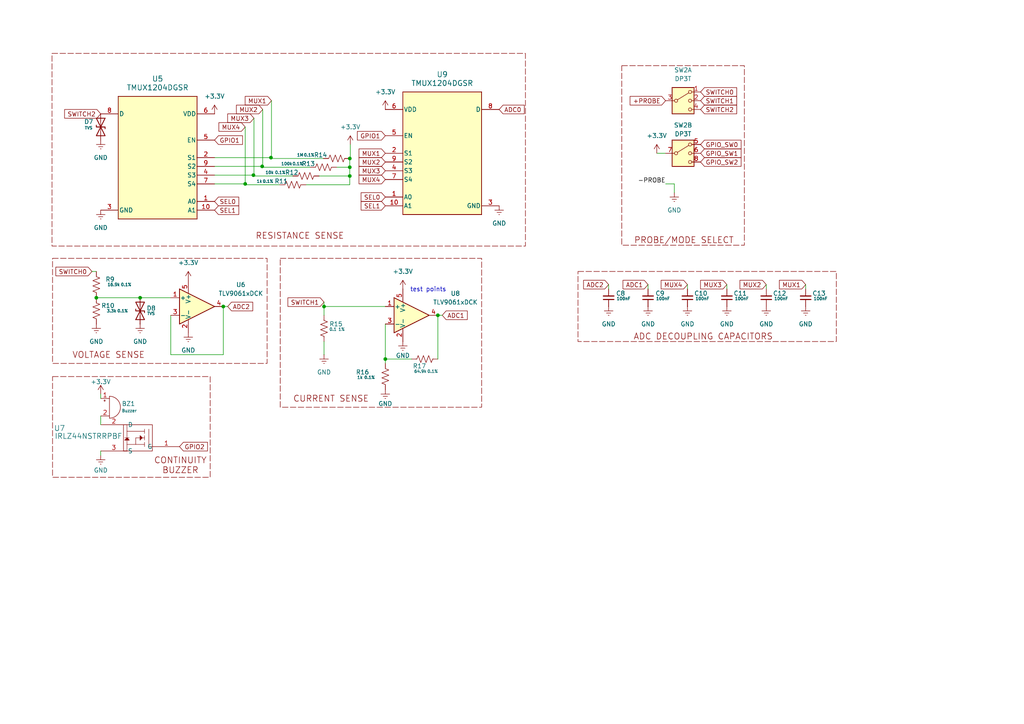
<source format=kicad_sch>
(kicad_sch (version 20250114) (generator "eeschema") (generator_version "9.0")
  (paper "A4")
  (lib_symbols
    (symbol "Amplifier_Operational:TLV9061xDCK" (pin_names (offset 0.127))
      (property "Reference" "U" (at 7.62 2.54 0))
      (property "Value" "TLV9061xDCK" (at 11.43 -2.54 0))
      (symbol "TLV9061xDCK_0_1"
        (polyline (pts (xy -2.54 5.08) (xy -2.54 -5.08) (xy 7.62 0) (xy -2.54 5.08)) (stroke (width 0.254)) (fill (type background)))
      )
      (symbol "TLV9061xDCK_1_1"
        (pin input line (at -5.08 2.54 0) (length 2.54) (name "+") (number "1"))
        (pin input line (at -5.08 -2.54 0) (length 2.54) (name "-") (number "3"))
        (pin power_in line (at 0 7.62 270) (length 3.81) (name "V+") (number "5"))
        (pin power_in line (at 0 -7.62 90) (length 3.81) (name "V-") (number "2"))
        (pin output line (at 10.16 0 180) (length 2.54) (name "~") (number "4"))
      )
    )
    (symbol "Components:TMUX1204DGSR" (pin_names (offset 0.254))
      (property "Reference" "U" (at 0 22.098 0))
      (property "Value" "TMUX1204DGSR" (at 0 19.558 0))
      (symbol "TMUX1204DGSR_0_1"
        (polyline (pts (xy -11.43 17.78) (xy -11.43 -17.78)) (stroke (width 0.2032)))
        (polyline (pts (xy -11.43 -17.78) (xy 11.43 -17.78)) (stroke (width 0.2032)))
        (polyline (pts (xy 11.43 17.78) (xy -11.43 17.78)) (stroke (width 0.2032)))
        (polyline (pts (xy 11.43 -17.78) (xy 11.43 17.78)) (stroke (width 0.2032)))
        (pin power_in line (at -16.51 12.7 0) (length 5.08) (name "VDD") (number "6"))
        (pin input line (at -16.51 5.08 0) (length 5.08) (name "EN") (number "5"))
        (pin bidirectional line (at -16.51 0 0) (length 5.08) (name "S1") (number "2"))
        (pin bidirectional line (at -16.51 -2.54 0) (length 5.08) (name "S2") (number "9"))
        (pin bidirectional line (at -16.51 -5.08 0) (length 5.08) (name "S3") (number "4"))
        (pin bidirectional line (at -16.51 -7.62 0) (length 5.08) (name "S4") (number "7"))
        (pin input line (at -16.51 -12.7 0) (length 5.08) (name "A0") (number "1"))
        (pin input line (at -16.51 -15.24 0) (length 5.08) (name "A1") (number "10"))
        (pin bidirectional line (at 16.51 12.7 180) (length 5.08) (name "D") (number "8"))
        (pin power_in line (at 16.51 -15.24 180) (length 5.08) (name "GND") (number "3"))
      )
      (symbol "TMUX1204DGSR_1_1"
        (rectangle (start -11.43 17.78) (end 11.43 -17.78) (fill (type background)))
      )
    )
    (symbol "Device:Buzzer" (pin_names (offset 0.0254) (hide yes))
      (property "Reference" "BZ" (at 3.81 1.27 0))
      (property "Value" "Buzzer" (at 3.81 -1.27 0))
      (symbol "Buzzer_0_1"
        (polyline (pts (xy -1.651 1.905) (xy -1.143 1.905)))
        (polyline (pts (xy -1.397 2.159) (xy -1.397 1.651)))
        (arc (start 0 3.175) (mid 3.1612 0) (end 0 -3.175))
        (polyline (pts (xy 0 3.175) (xy 0 -3.175)))
      )
      (symbol "Buzzer_1_1"
        (pin passive line (at -2.54 2.54 0) (length 2.54) (name "+") (number "1"))
        (pin passive line (at -2.54 -2.54 0) (length 2.54) (name "-") (number "2"))
      )
    )
    (symbol "Device:C_Small" (pin_numbers (hide yes)) (pin_names (offset 0.254) (hide yes))
      (property "Reference" "C" (at 0.254 1.778 0))
      (property "Value" "C_Small" (at 0.254 -2.032 0))
      (symbol "C_Small_0_1"
        (polyline (pts (xy -1.524 0.508) (xy 1.524 0.508)) (stroke (width 0.3048)))
        (polyline (pts (xy -1.524 -0.508) (xy 1.524 -0.508)) (stroke (width 0.3302)))
      )
      (symbol "C_Small_1_1"
        (pin passive line (at 0 2.54 270) (length 2.032) (name "~") (number "1"))
        (pin passive line (at 0 -2.54 90) (length 2.032) (name "~") (number "2"))
      )
    )
    (symbol "Device:D_TVS" (pin_numbers (hide yes)) (pin_names (offset 1.016) (hide yes))
      (property "Reference" "D" (at 0 2.54 0))
      (property "Value" "D_TVS" (at 0 -2.54 0))
      (symbol "D_TVS_0_1"
        (polyline (pts (xy -2.54 1.27) (xy -2.54 -1.27) (xy 2.54 1.27) (xy 2.54 -1.27) (xy -2.54 1.27)) (stroke (width 0.254)))
        (polyline (pts (xy 0.508 1.27) (xy 0 1.27) (xy 0 -1.27) (xy -0.508 -1.27)) (stroke (width 0.254)))
        (polyline (pts (xy 1.27 0) (xy -1.27 0)))
      )
      (symbol "D_TVS_1_1"
        (pin passive line (at -3.81 0 0) (length 2.54) (name "A1") (number "1"))
        (pin passive line (at 3.81 0 180) (length 2.54) (name "A2") (number "2"))
      )
    )
    (symbol "IRLZ44NSTRRPBF_1" (pin_names (offset 0.254))
      (property "Reference" "U9" (at 0 12.7 0))
      (property "Value" "IRLZ44NSTRRPBF" (at 0 10.16 0))
      (symbol "IRLZ44NSTRRPBF_1_0_1"
        (polyline (pts (xy -3.81 -2.54) (xy -2.54 -2.54)) (stroke (width 0.127)))
        (polyline (pts (xy -2.54 2.54) (xy -2.54 -2.54)) (stroke (width 0.127)))
        (polyline (pts (xy -1.27 2.54) (xy -1.27 1.27)) (stroke (width 0.127)))
        (polyline (pts (xy -1.27 1.905) (xy 3.81 1.905)) (stroke (width 0.127)))
        (polyline (pts (xy -1.27 0.635) (xy -1.27 -0.635)) (stroke (width 0.127)))
        (polyline (pts (xy -1.27 0) (xy 1.27 0)) (stroke (width 0.127)))
        (polyline (pts (xy -1.27 -1.27) (xy -1.27 -2.54)) (stroke (width 0.127)))
        (polyline (pts (xy -1.27 -1.905) (xy 3.81 -1.905)) (stroke (width 0.127)))
        (polyline (pts (xy -0.635 0) (xy 0 0.635)) (stroke (width 0.127)))
        (polyline (pts (xy -0.635 0) (xy 0 0.635) (xy 0 -0.635)) (fill (type outline)))
        (polyline (pts (xy 0 0.635) (xy 0 -0.635)) (stroke (width 0.127)))
        (polyline (pts (xy 0 -0.635) (xy -0.635 0)) (stroke (width 0.127)))
        (polyline (pts (xy 1.27 0) (xy 1.27 -1.905)) (stroke (width 0.127)))
        (polyline (pts (xy 3.175 0) (xy 4.445 0)) (stroke (width 0.127)))
        (polyline (pts (xy 3.175 -0.635) (xy 4.445 -0.635)) (stroke (width 0.127)))
        (polyline (pts (xy 3.81 3.81) (xy 3.81 -3.81)) (stroke (width 0.127)))
        (polyline (pts (xy 3.81 0) (xy 3.175 -0.635)) (stroke (width 0.127)))
        (polyline (pts (xy 3.81 0) (xy 3.175 -0.635) (xy 4.445 -0.635)) (fill (type outline)))
        (polyline (pts (xy 4.445 -0.635) (xy 3.81 0)) (stroke (width 0.127)))
        (pin unspecified line (at -11.43 -2.54 0) (length 7.62) (name "G") (number "1"))
        (pin unspecified line (at 11.43 3.81 180) (length 7.62) (name "D") (number "2"))
        (pin unspecified line (at 11.43 -3.81 180) (length 7.62) (name "S") (number "3"))
      )
      (symbol "IRLZ44NSTRRPBF_1_1_1"
        (rectangle (start -3.556 3.81) (end 4.826 -3.81))
      )
    )
    (symbol "Passive_Components:R_US" (pin_numbers (hide yes)) (pin_names (offset 0))
      (property "Reference" "R" (at 2.54 -1.27 90))
      (property "Value" "R_US" (at -2.54 0 90))
      (property "Tolerance" "x%" (at 2.286 0.762 90))
      (symbol "R_US_0_1"
        (polyline (pts (xy 0 2.286) (xy 0 2.54)))
        (polyline (pts (xy 0 2.286) (xy 1.016 1.905) (xy 0 1.524) (xy -1.016 1.143) (xy 0 0.762)))
        (polyline (pts (xy 0 0.762) (xy 1.016 0.381) (xy 0 0) (xy -1.016 -0.381) (xy 0 -0.762)))
        (polyline (pts (xy 0 -0.762) (xy 1.016 -1.143) (xy 0 -1.524) (xy -1.016 -1.905) (xy 0 -2.286)))
        (polyline (pts (xy 0 -2.286) (xy 0 -2.54)))
      )
      (symbol "R_US_1_1"
        (pin passive line (at 0 3.81 270) (length 1.27) (name "~") (number "1"))
        (pin passive line (at 0 -3.81 90) (length 1.27) (name "~") (number "2"))
      )
    )
    (symbol "Switch:SW_DP3T" (pin_names (offset 0) (hide yes))
      (property "Reference" "SW" (at 0 5.08 0))
      (property "Value" "SW_DP3T" (at 0 -5.08 0))
      (symbol "SW_DP3T_0_1"
        (rectangle (start -3.175 3.81) (end 3.175 -3.81) (stroke (width 0.254)) (fill (type background)))
        (circle (center -2.032 0) (radius 0.4572))
        (polyline (pts (xy -1.651 0.254) (xy 1.651 2.286)))
        (circle (center 2.032 2.54) (radius 0.4572))
        (circle (center 2.032 0) (radius 0.4572))
        (circle (center 2.032 -2.54) (radius 0.4572))
      )
      (symbol "SW_DP3T_1_1"
        (pin passive line (at -5.08 0 0) (length 2.54) (name "3") (number "3"))
        (pin passive line (at 5.08 2.54 180) (length 2.54) (name "1") (number "1"))
        (pin passive line (at 5.08 0 180) (length 2.54) (name "2") (number "2"))
        (pin passive line (at 5.08 -2.54 180) (length 2.54) (name "4") (number "4"))
      )
      (symbol "SW_DP3T_2_1"
        (pin passive line (at -5.08 0 0) (length 2.54) (name "7") (number "7"))
        (pin passive line (at 5.08 2.54 180) (length 2.54) (name "5") (number "5"))
        (pin passive line (at 5.08 0 180) (length 2.54) (name "6") (number "6"))
        (pin passive line (at 5.08 -2.54 180) (length 2.54) (name "8") (number "8"))
      )
    )
    (symbol "power:+3.3V" (power) (pin_numbers (hide yes)) (pin_names (offset 0) (hide yes))
      (property "Value" "+3.3V" (at 0 3.556 0))
      (symbol "+3.3V_0_1"
        (polyline (pts (xy -0.762 1.27) (xy 0 2.54)))
        (polyline (pts (xy 0 2.54) (xy 0.762 1.27)))
        (polyline (pts (xy 0 0) (xy 0 2.54)))
      )
      (symbol "+3.3V_1_1"
        (pin power_in line (at 0 0 90) (length 0) (name "~") (number "1"))
      )
    )
    (symbol "power:Earth" (power) (pin_numbers (hide yes)) (pin_names (offset 0) (hide yes))
      (property "Value" "Earth" (at 0 -3.81 0))
      (symbol "Earth_0_1"
        (polyline (pts (xy -0.635 -1.905) (xy 0.635 -1.905)))
        (polyline (pts (xy -0.127 -2.54) (xy 0.127 -2.54)))
        (polyline (pts (xy 0 -1.27) (xy 0 0)))
        (polyline (pts (xy 1.27 -1.27) (xy -1.27 -1.27)))
      )
      (symbol "Earth_1_1"
        (pin power_in line (at 0 0 270) (length 0) (name "~") (number "1"))
      )
    )
  )
  (rectangle (start 180.34 19.05) (end 215.9 71.12) (stroke (width 0) (type dash) (color 132 0 0 1)))
  (rectangle (start 15.0858 15.4866) (end 152.4 71.3666) (stroke (width 0) (type dash) (color 132 0 0 1)))
  (rectangle (start 15.24 109.22) (end 60.96 138.43) (stroke (width 0) (type dash) (color 132 0 0 1)))
  (rectangle (start 81.28 74.93) (end 139.7 118.11) (stroke (width 0) (type dash) (color 132 0 0 1)))
  (rectangle (start 167.64 78.74) (end 242.57 99.06) (stroke (width 0) (type dash) (color 132 0 0 1)))
  (rectangle (start 15.24 74.93) (end 77.47 105.41) (stroke (width 0) (type dash) (color 132 0 0 1)))
  (text "ADC DECOUPLING CAPACITORS" (at 203.962 97.79 0) (effects (font (size 1.778 1.778))))
  (text "RESISTANCE SENSE" (at 86.9678 68.5726 0) (effects (font (size 1.778 1.778))))
  (text "test points" (at 124.206 84.074 0) (effects (font (size 1.27 1.27))))
  (text "CONTINUITY\nBUZZER" (at 52.324 135.128 0) (effects (font (size 1.778 1.778))))
  (text "PROBE/MODE SELECT" (at 198.374 69.85 0) (effects (font (size 1.778 1.778))))
  (text "CURRENT SENSE" (at 96.012 115.824 0) (effects (font (size 1.778 1.778))))
  (text "VOLTAGE SENSE" (at 31.496 103.124 0) (effects (font (size 1.778 1.778))))
  (junction (at 64.77 88.9))
  (junction (at 101.4458 51.0466))
  (junction (at 101.4458 48.5066))
  (junction (at 127 91.44))
  (junction (at 101.4458 45.9666))
  (junction (at 40.64 86.36))
  (junction (at 71.12 53.34))
  (junction (at 76.0458 48.26))
  (junction (at 27.94 86.36))
  (junction (at 73.5058 50.8))
  (junction (at 78.5858 45.72))
  (junction (at 93.98 88.9))
  (junction (at 111.76 104.14))
  (wire (pts (xy 62.23 48.26) (xy 76.0458 48.26)))
  (wire (pts (xy 78.5858 45.9666) (xy 93.8258 45.9666)))
  (wire (pts (xy 176.53 82.55) (xy 176.53 83.82)))
  (wire (pts (xy 76.2 48.26) (xy 76.0458 48.26)))
  (wire (pts (xy 49.53 91.44) (xy 49.53 102.87)))
  (wire (pts (xy 71.12 53.5866) (xy 81.1258 53.5866)))
  (wire (pts (xy 76.2 48.26) (xy 76.2 31.75)))
  (wire (pts (xy 190.5 44.45) (xy 193.04 44.45)))
  (wire (pts (xy 127 91.44) (xy 127 104.14)))
  (wire (pts (xy 71.12 53.34) (xy 71.12 53.5866)))
  (wire (pts (xy 93.98 88.9) (xy 93.98 91.44)))
  (wire (pts (xy 29.21 120.65) (xy 29.21 123.19)))
  (wire (pts (xy 27.94 86.36) (xy 40.64 86.36)))
  (wire (pts (xy 49.53 102.87) (xy 64.77 102.87)))
  (wire (pts (xy 195.58 53.34) (xy 195.58 55.88)))
  (wire (pts (xy 101.4458 51.0466) (xy 101.4458 48.5066)))
  (wire (pts (xy 199.39 82.55) (xy 199.39 83.82)))
  (wire (pts (xy 101.6 41.91) (xy 101.6 45.9666)))
  (wire (pts (xy 111.76 104.14) (xy 111.76 105.41)))
  (wire (pts (xy 29.21 132.08) (xy 29.21 130.81)))
  (wire (pts (xy 93.98 88.9) (xy 111.76 88.9)))
  (wire (pts (xy 62.23 53.34) (xy 71.12 53.34)))
  (wire (pts (xy 127 91.44) (xy 128.27 91.44)))
  (wire (pts (xy 78.5858 45.9666) (xy 78.5858 45.72)))
  (wire (pts (xy 101.6 45.9666) (xy 101.4458 45.9666)))
  (wire (pts (xy 29.21 114.3) (xy 29.21 115.57)))
  (wire (pts (xy 93.98 88.9) (xy 93.98 87.63)))
  (wire (pts (xy 73.5058 50.8) (xy 73.5058 51.0466)))
  (wire (pts (xy 187.96 82.55) (xy 187.96 83.82)))
  (wire (pts (xy 93.98 99.06) (xy 93.98 102.87)))
  (wire (pts (xy 76.0458 48.26) (xy 76.0458 48.5066)))
  (wire (pts (xy 88.7458 53.5866) (xy 101.4458 53.5866)))
  (wire (pts (xy 78.74 29.21) (xy 78.74 45.72)))
  (wire (pts (xy 62.23 50.8) (xy 73.5058 50.8)))
  (wire (pts (xy 62.23 45.72) (xy 78.5858 45.72)))
  (wire (pts (xy 97.6358 48.5066) (xy 101.4458 48.5066)))
  (wire (pts (xy 101.4458 53.5866) (xy 101.4458 51.0466)))
  (wire (pts (xy 76.0458 48.5066) (xy 90.0158 48.5066)))
  (wire (pts (xy 73.66 34.29) (xy 73.66 50.8)))
  (wire (pts (xy 193.04 53.34) (xy 195.58 53.34)))
  (wire (pts (xy 64.77 88.9) (xy 66.04 88.9)))
  (wire (pts (xy 233.68 82.55) (xy 233.68 83.82)))
  (wire (pts (xy 26.67 78.74) (xy 27.94 78.74)))
  (wire (pts (xy 222.25 82.55) (xy 222.25 83.82)))
  (wire (pts (xy 101.4458 48.5066) (xy 101.4458 45.9666)))
  (wire (pts (xy 210.82 82.55) (xy 210.82 83.82)))
  (wire (pts (xy 40.64 86.36) (xy 49.53 86.36)))
  (wire (pts (xy 92.5558 51.0466) (xy 101.4458 51.0466)))
  (wire (pts (xy 73.66 50.8) (xy 73.5058 50.8)))
  (wire (pts (xy 78.74 45.72) (xy 78.5858 45.72)))
  (wire (pts (xy 111.76 104.14) (xy 119.38 104.14)))
  (wire (pts (xy 71.12 36.83) (xy 71.12 53.34)))
  (wire (pts (xy 73.5058 51.0466) (xy 84.9358 51.0466)))
  (wire (pts (xy 64.77 102.87) (xy 64.77 88.9)))
  (wire (pts (xy 111.76 93.98) (xy 111.76 104.14)))
  (label "-PROBE" (at 193.04 53.34 180))
  (global_label "MUX4" (shape input) (at 111.76 52.07 180) (property "Intersheetrefs" "${INTERSHEET_REFS}" (effects (hide yes))))
  (global_label "SWITCH2" (shape input) (at 29.21 33.02 180) (property "Intersheetrefs" "${INTERSHEET_REFS}" (effects (hide yes))))
  (global_label "SEL1" (shape input) (at 62.23 60.96 0) (property "Intersheetrefs" "${INTERSHEET_REFS}" (effects (hide yes))))
  (global_label "GPIO_SW0" (shape input) (at 203.2 41.91 0) (property "Intersheetrefs" "${INTERSHEET_REFS}" (effects (hide yes))))
  (global_label "SWITCH0" (shape input) (at 203.2 26.67 0) (property "Intersheetrefs" "${INTERSHEET_REFS}" (effects (hide yes))))
  (global_label "MUX1" (shape input) (at 233.68 82.55 180) (property "Intersheetrefs" "${INTERSHEET_REFS}" (effects (hide yes))))
  (global_label "MUX2" (shape input) (at 111.76 46.99 180) (property "Intersheetrefs" "${INTERSHEET_REFS}" (effects (hide yes))))
  (global_label "MUX3" (shape input) (at 111.76 49.53 180) (property "Intersheetrefs" "${INTERSHEET_REFS}" (effects (hide yes))))
  (global_label "SWITCH1" (shape input) (at 203.2 29.21 0) (property "Intersheetrefs" "${INTERSHEET_REFS}" (effects (hide yes))))
  (global_label "ADC2" (shape input) (at 66.04 88.9 0) (property "Intersheetrefs" "${INTERSHEET_REFS}" (effects (hide yes))))
  (global_label "SEL0" (shape input) (at 111.76 57.15 180) (property "Intersheetrefs" "${INTERSHEET_REFS}" (effects (hide yes))))
  (global_label "SEL0" (shape input) (at 62.23 58.42 0) (property "Intersheetrefs" "${INTERSHEET_REFS}" (effects (hide yes))))
  (global_label "ADC2" (shape input) (at 176.53 82.55 180) (property "Intersheetrefs" "${INTERSHEET_REFS}" (effects (hide yes))))
  (global_label "ADC1" (shape input) (at 187.96 82.55 180) (property "Intersheetrefs" "${INTERSHEET_REFS}" (effects (hide yes))))
  (global_label "SWITCH2" (shape input) (at 203.2 31.75 0) (property "Intersheetrefs" "${INTERSHEET_REFS}" (effects (hide yes))))
  (global_label "MUX3" (shape input) (at 210.82 82.55 180) (property "Intersheetrefs" "${INTERSHEET_REFS}" (effects (hide yes))))
  (global_label "GPIO_SW2" (shape input) (at 203.2 46.99 0) (property "Intersheetrefs" "${INTERSHEET_REFS}" (effects (hide yes))))
  (global_label "MUX2" (shape input) (at 222.25 82.55 180) (property "Intersheetrefs" "${INTERSHEET_REFS}" (effects (hide yes))))
  (global_label "SWITCH0" (shape input) (at 26.67 78.74 180) (property "Intersheetrefs" "${INTERSHEET_REFS}" (effects (hide yes))))
  (global_label "GPIO2" (shape input) (at 52.07 129.54 0) (property "Intersheetrefs" "${INTERSHEET_REFS}" (effects (hide yes))))
  (global_label "SWITCH1" (shape input) (at 93.98 87.63 180) (property "Intersheetrefs" "${INTERSHEET_REFS}" (effects (hide yes))))
  (global_label "GPIO1" (shape input) (at 62.23 40.64 0) (property "Intersheetrefs" "${INTERSHEET_REFS}" (effects (hide yes))))
  (global_label "ADC1" (shape input) (at 128.27 91.44 0) (property "Intersheetrefs" "${INTERSHEET_REFS}" (effects (hide yes))))
  (global_label "GPIO1" (shape input) (at 111.76 39.37 180) (property "Intersheetrefs" "${INTERSHEET_REFS}" (effects (hide yes))))
  (global_label "SEL1" (shape input) (at 111.76 59.69 180) (property "Intersheetrefs" "${INTERSHEET_REFS}" (effects (hide yes))))
  (global_label "MUX4" (shape input) (at 71.12 36.83 180) (property "Intersheetrefs" "${INTERSHEET_REFS}" (effects (hide yes))))
  (global_label "MUX1" (shape input) (at 111.76 44.45 180) (property "Intersheetrefs" "${INTERSHEET_REFS}" (effects (hide yes))))
  (global_label "MUX1" (shape input) (at 78.74 29.21 180) (property "Intersheetrefs" "${INTERSHEET_REFS}" (effects (hide yes))))
  (global_label "ADC0" (shape input) (at 144.78 31.75 0) (property "Intersheetrefs" "${INTERSHEET_REFS}" (effects (hide yes))))
  (global_label "MUX4" (shape input) (at 199.39 82.55 180) (property "Intersheetrefs" "${INTERSHEET_REFS}" (effects (hide yes))))
  (global_label "GPIO_SW1" (shape input) (at 203.2 44.45 0) (property "Intersheetrefs" "${INTERSHEET_REFS}" (effects (hide yes))))
  (global_label "MUX3" (shape input) (at 73.66 34.29 180) (property "Intersheetrefs" "${INTERSHEET_REFS}" (effects (hide yes))))
  (global_label "MUX2" (shape input) (at 76.2 31.75 180) (property "Intersheetrefs" "${INTERSHEET_REFS}" (effects (hide yes))))
  (global_label "+PROBE" (shape input) (at 193.04 29.21 180) (property "Intersheetrefs" "${INTERSHEET_REFS}" (effects (hide yes))))
  (symbol (lib_id "power:+3.3V") (at 101.6 41.91 0) (unit 1)
    (property "Reference" "#PWR036" (effects (hide yes)))
    (property "Value" "+3.3V" (at 101.6 36.83 0))
    (property "Description" "Power symbol creates a global label with name \"+3.3V\"" (effects (hide yes)))
  )
  (symbol (lib_id "power:Earth") (at 27.94 93.98 0) (unit 1)
    (property "Reference" "#PWR027" (effects (hide yes)))
    (property "Value" "GND" (at 27.94 99.06 0))
    (property "Description" "Power symbol creates a global label with name \"Earth\"" (effects (hide yes)))
  )
  (symbol (lib_id "power:Earth") (at 29.21 60.96 0) (unit 1)
    (property "Reference" "#PWR029" (effects (hide yes)))
    (property "Value" "GND" (at 29.21 66.04 0))
    (property "Description" "Power symbol creates a global label with name \"Earth\"" (effects (hide yes)))
  )
  (symbol (lib_id "power:Earth") (at 29.21 132.08 0) (mirror y) (unit 1)
    (property "Reference" "#PWR032" (effects (hide yes)))
    (property "Value" "GND" (at 27.178 136.398 0) (effects (justify right)))
    (property "Description" "Power symbol creates a global label with name \"Earth\"" (effects (hide yes)))
  )
  (symbol (lib_id "Passive_Components:R_US") (at 97.6358 45.9666 270) (unit 1)
    (property "Reference" "R14" (at 91.0318 44.9506 90) (effects (justify left)))
    (property "Value" "1M" (at 86.106 44.958 90) (effects (font (size 0.8467 0.8467)) (justify left)))
    (property "Footprint" "Resistor_SMD:R_0402_1005Metric" (effects (hide yes)))
    (property "Datasheet" "https://www.lcsc.com/datasheet/lcsc_datasheet_2410121618_Vishay-Intertech-MCS0402MD1004BE000_C4334825.pdf" (effects (hide yes)))
    (property "Description" "Resistor, US symbol" (effects (hide yes)))
    (property "Tolerance" "0.1%" (at 89.662 44.958 90) (effects (font (size 0.8467 0.8467))))
    (property "LCSC#" "C4334825" (effects (hide yes)))
  )
  (symbol (lib_id "power:Earth") (at 210.82 88.9 0) (unit 1)
    (property "Reference" "#PWR048" (effects (hide yes)))
    (property "Value" "GND" (at 210.82 93.98 0))
    (property "Description" "Power symbol creates a global label with name \"Earth\"" (effects (hide yes)))
  )
  (symbol (lib_id "Passive_Components:R_US") (at 88.7458 51.0466 270) (unit 1)
    (property "Reference" "R12" (at 82.6498 50.0306 90) (effects (justify left)))
    (property "Value" "10k" (at 76.962 50.038 90) (effects (font (size 0.8467 0.8467)) (justify left)))
    (property "Footprint" "Resistor_SMD:R_0402_1005Metric" (effects (hide yes)))
    (property "Datasheet" "https://www.lcsc.com/datasheet/lcsc_datasheet_2410121806_PANASONIC-ERA2AEB472X_C490830.pdf" (effects (hide yes)))
    (property "Description" "Resistor, US symbol" (effects (hide yes)))
    (property "Tolerance" "0.1%" (at 81.28 50.038 90) (effects (font (size 0.8467 0.8467))))
    (property "LCSC#" "C490830" (effects (hide yes)))
  )
  (symbol (lib_id "Device:C_Small") (at 199.39 86.36 0) (mirror x) (unit 1)
    (property "Reference" "C10" (at 205.232 85.09 0) (effects (justify right)))
    (property "Value" "100nF" (at 205.74 86.614 0) (effects (font (size 0.8467 0.8467)) (justify right)))
    (property "Footprint" "Capacitor_SMD:C_0402_1005Metric" (effects (hide yes)))
    (property "Datasheet" "https://www.lcsc.com/datasheet/lcsc_datasheet_2405231405_HRE-CGA0402X7R104K6R3GT_C22435938.pdf" (effects (hide yes)))
    (property "Description" "Unpolarized capacitor, small symbol" (effects (hide yes)))
    (property "LCSC#" "C22435935" (effects (hide yes)))
  )
  (symbol (lib_id "Device:D_TVS") (at 40.64 90.17 90) (unit 1)
    (property "Reference" "D8" (at 45.212 89.408 90) (effects (justify left)))
    (property "Value" "TVS" (at 44.958 90.932 90) (effects (font (size 0.8467 0.8467)) (justify left)))
    (property "Footprint" "Diode_SMD:D_0402_1005Metric" (effects (hide yes)))
    (property "Datasheet" "https://www.lcsc.com/datasheet/lcsc_datasheet_2410121706_Kyocera-AVX-GG0402052R542P_C1973257.pdf" (effects (hide yes)))
    (property "Description" "Bidirectional transient-voltage-suppression diode" (effects (hide yes)))
    (property "LCSC#" "C1973257" (effects (hide yes)))
  )
  (symbol (lib_id "Passive_Components:R_US") (at 84.9358 53.5866 270) (unit 1)
    (property "Reference" "R11" (at 79.6018 52.5706 90) (effects (justify left)))
    (property "Value" "1k" (at 74.422 52.578 90) (effects (font (size 0.8467 0.8467)) (justify left)))
    (property "Footprint" "Resistor_SMD:R_0402_1005Metric" (effects (hide yes)))
    (property "Datasheet" "https://www.lcsc.com/datasheet/lcsc_datasheet_2411041655_PANASONIC-ERA2AEB102X_C445596.pdf" (effects (hide yes)))
    (property "Description" "Resistor, US symbol" (effects (hide yes)))
    (property "Tolerance" "0.1%" (at 77.724 52.578 90) (effects (font (size 0.8467 0.8467))))
    (property "LCSC#" "C445596" (effects (hide yes)))
  )
  (symbol (lib_id "power:+3.3V") (at 190.5 44.45 0) (unit 1)
    (property "Reference" "#PWR045" (effects (hide yes)))
    (property "Value" "+3.3V" (at 190.5 39.37 0))
    (property "Description" "Power symbol creates a global label with name \"+3.3V\"" (effects (hide yes)))
  )
  (symbol (lib_id "power:+3.3V") (at 54.61 81.28 0) (unit 1)
    (property "Reference" "#PWR033" (effects (hide yes)))
    (property "Value" "+3.3V" (at 54.61 76.2 0))
    (property "Description" "Power symbol creates a global label with name \"+3.3V\"" (effects (hide yes)))
  )
  (symbol (lib_name "IRLZ44NSTRRPBF_1") (lib_id "Components:IRLZ44NSTRRPBF") (at 40.64 127 0) (mirror y) (unit 1)
    (property "Reference" "U7" (at 17.272 124.206 0) (effects (font (size 1.524 1.524))))
    (property "Value" "IRLZ44NSTRRPBF" (at 25.654 126.492 0) (effects (font (size 1.524 1.524))))
    (property "Footprint" "footprints:TRANS_IRLZ44NSTRL_INF" (effects (hide yes)))
    (property "Datasheet" "https://www.lcsc.com/datasheet/lcsc_datasheet_2410121822_VBsemi-Elec-IRLZ44NSTRR-VB_C2680878.pdf" (effects (hide yes)))
    (property "LCSC#" "C2680878" (effects (hide yes)))
  )
  (symbol (lib_id "power:+3.3V") (at 116.84 83.82 0) (unit 1)
    (property "Reference" "#PWR040" (effects (hide yes)))
    (property "Value" "+3.3V" (at 116.84 78.74 0))
    (property "Description" "Power symbol creates a global label with name \"+3.3V\"" (effects (hide yes)))
  )
  (symbol (lib_id "Device:C_Small") (at 210.82 86.36 0) (mirror x) (unit 1)
    (property "Reference" "C11" (at 216.662 85.09 0) (effects (justify right)))
    (property "Value" "100nF" (at 217.17 86.614 0) (effects (font (size 0.8467 0.8467)) (justify right)))
    (property "Footprint" "Capacitor_SMD:C_0402_1005Metric" (effects (hide yes)))
    (property "Datasheet" "https://www.lcsc.com/datasheet/lcsc_datasheet_2405231405_HRE-CGA0402X7R104K6R3GT_C22435938.pdf" (effects (hide yes)))
    (property "Description" "Unpolarized capacitor, small symbol" (effects (hide yes)))
    (property "LCSC#" "C22435935" (effects (hide yes)))
  )
  (symbol (lib_id "Components:TMUX1204DGSR") (at 128.27 44.45 0) (unit 1)
    (property "Reference" "U9" (at 128.27 21.59 0) (effects (font (size 1.524 1.524))))
    (property "Value" "TMUX1204DGSR" (at 128.27 24.13 0) (effects (font (size 1.524 1.524))))
    (property "Footprint" "footprints:DGS0010A-MFG" (effects (hide yes)))
    (property "Datasheet" "https://www.ti.com/lit/ds/symlink/tmux1204.pdf?HQS=dis-dk-null-digikeymode-dsf-pf-null-wwe&ts=1738074213509&ref_url=https%253A%252F%252Fwww.ti.com%252Fgeneral%252Fdocs%252Fsuppproductinfo.tsp%253FdistId%253D10%2526gotoUrl%253Dhttps%253A%252F%252Fwww.ti.com%252Flit%252Fgpn%252Ftmux1204" (effects (hide yes)))
    (property "LCSC#" "C2840022" (effects (hide yes)))
  )
  (symbol (lib_id "Passive_Components:R_US") (at 27.94 90.17 180) (unit 1)
    (property "Reference" "R10" (at 33.274 88.646 0) (effects (justify left)))
    (property "Value" "3.3k" (at 33.782 90.17 0) (effects (font (size 0.8467 0.8467)) (justify left)))
    (property "Footprint" "Resistor_SMD:R_0402_1005Metric" (effects (hide yes)))
    (property "Datasheet" "https://www.lcsc.com/datasheet/lcsc_datasheet_2411041655_PANASONIC-ERA2AEB332X_C445607.pdf" (effects (hide yes)))
    (property "Description" "Resistor, US symbol" (effects (hide yes)))
    (property "Tolerance" "0.1%" (at 35.56 90.17 0) (effects (font (size 0.8467 0.8467))))
    (property "LCSC#" "C445607" (effects (hide yes)))
  )
  (symbol (lib_id "Passive_Components:R_US") (at 27.94 82.55 180) (unit 1)
    (property "Reference" "R9" (at 33.274 81.026 0) (effects (justify left)))
    (property "Value" "16.9k" (at 34.798 82.55 0) (effects (font (size 0.8467 0.8467)) (justify left)))
    (property "Footprint" "Resistor_SMD:R_0402_1005Metric" (effects (hide yes)))
    (property "Datasheet" "https://www.lcsc.com/datasheet/lcsc_datasheet_2311211102_YAGEO-RT0402BRD0716R9L_C852563.pdf" (effects (hide yes)))
    (property "Description" "Resistor, US symbol" (effects (hide yes)))
    (property "Tolerance" "0.1%" (at 36.576 82.55 0) (effects (font (size 0.8467 0.8467))))
    (property "LCSC#" "C852563" (effects (hide yes)))
  )
  (symbol (lib_id "power:Earth") (at 54.61 96.52 0) (unit 1)
    (property "Reference" "#PWR034" (effects (hide yes)))
    (property "Value" "GND" (at 54.61 101.6 0))
    (property "Description" "Power symbol creates a global label with name \"Earth\"" (effects (hide yes)))
  )
  (symbol (lib_id "Amplifier_Operational:TLV9061xDCK") (at 116.84 91.44 0) (unit 1)
    (property "Reference" "U8" (at 132.08 85.1214 0))
    (property "Value" "TLV9061xDCK" (at 132.08 87.6614 0))
    (property "Footprint" "Package_TO_SOT_SMD:SOT-353_SC-70-5" (effects (hide yes)))
    (property "Datasheet" "https://www.ti.com/lit/ds/symlink/tlv9061.pdf" (effects (hide yes)))
    (property "Description" "10-MHz, RRIO, CMOS Operational Amplifiers for Cost-Sensitive Systems, SC-70" (effects (hide yes)))
    (property "LCSC#" "C398357" (effects (hide yes)))
  )
  (symbol (lib_id "power:+3.3V") (at 111.76 31.75 0) (unit 1)
    (property "Reference" "#PWR038" (effects (hide yes)))
    (property "Value" "+3.3V" (at 111.76 26.67 0))
    (property "Description" "Power symbol creates a global label with name \"+3.3V\"" (effects (hide yes)))
  )
  (symbol (lib_id "power:Earth") (at 187.96 88.9 0) (unit 1)
    (property "Reference" "#PWR044" (effects (hide yes)))
    (property "Value" "GND" (at 187.96 93.98 0))
    (property "Description" "Power symbol creates a global label with name \"Earth\"" (effects (hide yes)))
  )
  (symbol (lib_id "power:Earth") (at 199.39 88.9 0) (unit 1)
    (property "Reference" "#PWR047" (effects (hide yes)))
    (property "Value" "GND" (at 199.39 93.98 0))
    (property "Description" "Power symbol creates a global label with name \"Earth\"" (effects (hide yes)))
  )
  (symbol (lib_id "Device:C_Small") (at 233.68 86.36 0) (mirror x) (unit 1)
    (property "Reference" "C13" (at 239.522 85.09 0) (effects (justify right)))
    (property "Value" "100nF" (at 240.03 86.614 0) (effects (font (size 0.8467 0.8467)) (justify right)))
    (property "Footprint" "Capacitor_SMD:C_0402_1005Metric" (effects (hide yes)))
    (property "Datasheet" "https://www.lcsc.com/datasheet/lcsc_datasheet_2405231405_HRE-CGA0402X7R104K6R3GT_C22435938.pdf" (effects (hide yes)))
    (property "Description" "Unpolarized capacitor, small symbol" (effects (hide yes)))
    (property "LCSC#" "C22435935" (effects (hide yes)))
  )
  (symbol (lib_id "power:Earth") (at 144.78 59.69 0) (unit 1)
    (property "Reference" "#PWR042" (effects (hide yes)))
    (property "Value" "GND" (at 144.78 64.77 0))
    (property "Description" "Power symbol creates a global label with name \"Earth\"" (effects (hide yes)))
  )
  (symbol (lib_id "power:Earth") (at 111.76 113.03 0) (unit 1)
    (property "Reference" "#PWR039" (effects (hide yes)))
    (property "Value" "GND" (at 111.76 117.094 0))
    (property "Description" "Power symbol creates a global label with name \"Earth\"" (effects (hide yes)))
  )
  (symbol (lib_id "power:+3.3V") (at 29.21 114.3 0) (unit 1)
    (property "Reference" "#PWR031" (effects (hide yes)))
    (property "Value" "+3.3V" (at 29.21 110.744 0))
    (property "Description" "Power symbol creates a global label with name \"+3.3V\"" (effects (hide yes)))
  )
  (symbol (lib_id "power:Earth") (at 233.68 88.9 0) (unit 1)
    (property "Reference" "#PWR050" (effects (hide yes)))
    (property "Value" "GND" (at 233.68 93.98 0))
    (property "Description" "Power symbol creates a global label with name \"Earth\"" (effects (hide yes)))
  )
  (symbol (lib_id "Device:D_TVS") (at 29.21 36.83 270) (unit 1)
    (property "Reference" "D7" (at 24.384 35.306 90) (effects (justify left)))
    (property "Value" "TVS" (at 24.5382 37.0914 90) (effects (font (size 0.8467 0.8467)) (justify left)))
    (property "Footprint" "Diode_SMD:D_0402_1005Metric" (effects (hide yes)))
    (property "Datasheet" "https://www.lcsc.com/datasheet/lcsc_datasheet_2410121706_Kyocera-AVX-GG0402052R542P_C1973257.pdf" (effects (hide yes)))
    (property "Description" "Bidirectional transient-voltage-suppression diode" (effects (hide yes)))
    (property "LCSC#" "C1973257" (effects (hide yes)))
  )
  (symbol (lib_id "power:Earth") (at 176.53 88.9 0) (unit 1)
    (property "Reference" "#PWR043" (effects (hide yes)))
    (property "Value" "GND" (at 176.53 93.98 0))
    (property "Description" "Power symbol creates a global label with name \"Earth\"" (effects (hide yes)))
  )
  (symbol (lib_id "Components:TMUX1204DGSR") (at 45.72 45.72 0) (mirror y) (unit 1)
    (property "Reference" "U5" (at 45.72 22.86 0) (effects (font (size 1.524 1.524))))
    (property "Value" "TMUX1204DGSR" (at 45.72 25.4 0) (effects (font (size 1.524 1.524))))
    (property "Footprint" "footprints:DGS0010A-MFG" (effects (hide yes)))
    (property "Datasheet" "https://www.ti.com/lit/ds/symlink/tmux1204.pdf?HQS=dis-dk-null-digikeymode-dsf-pf-null-wwe&ts=1738074213509&ref_url=https%253A%252F%252Fwww.ti.com%252Fgeneral%252Fdocs%252Fsuppproductinfo.tsp%253FdistId%253D10%2526gotoUrl%253Dhttps%253A%252F%252Fwww.ti.com%252Flit%252Fgpn%252Ftmux1204" (effects (hide yes)))
    (property "LCSC#" "C2840022" (effects (hide yes)))
  )
  (symbol (lib_id "Device:Buzzer") (at 31.75 118.11 0) (unit 1)
    (property "Reference" "BZ1" (at 35.306 117.094 0) (effects (justify left)))
    (property "Value" "Buzzer" (at 35.306 119.126 0) (effects (font (size 0.8467 0.8467)) (justify left)))
    (property "Footprint" "footprints:SM_CPT_9X9_CUD" (effects (hide yes)))
    (property "Datasheet" "https://www.lcsc.com/datasheet/lcsc_datasheet_2410122011_CUI-CPT-9019S-SMT-TR_C95163.pdf" (effects (hide yes)))
    (property "Description" "Buzzer, polarized" (effects (hide yes)))
    (property "LCSC#" "C95163" (effects (hide yes)))
  )
  (symbol (lib_id "power:Earth") (at 29.21 40.64 0) (unit 1)
    (property "Reference" "#PWR028" (effects (hide yes)))
    (property "Value" "GND" (at 29.21 45.72 0))
    (property "Description" "Power symbol creates a global label with name \"Earth\"" (effects (hide yes)))
  )
  (symbol (lib_id "Passive_Components:R_US") (at 111.76 109.22 0) (unit 1)
    (property "Reference" "R16" (at 105.156 107.95 0))
    (property "Value" "1k" (at 104.394 109.474 0) (effects (font (size 0.8467 0.8467))))
    (property "Footprint" "Resistor_SMD:R_0402_1005Metric" (effects (hide yes)))
    (property "Datasheet" "https://www.lcsc.com/datasheet/lcsc_datasheet_2411041655_PANASONIC-ERA2AEB102X_C445596.pdf" (effects (hide yes)))
    (property "Description" "Resistor, US symbol" (effects (hide yes)))
    (property "Tolerance" "0.1%" (at 107.188 109.474 0) (effects (font (size 0.8467 0.8467))))
    (property "LCSC#" "C445596" (effects (hide yes)))
  )
  (symbol (lib_id "Passive_Components:R_US") (at 93.98 95.25 0) (unit 1)
    (property "Reference" "R15" (at 95.504 93.98 0) (effects (justify left)))
    (property "Value" "0.1" (at 95.504 95.504 0) (effects (font (size 0.8467 0.8467)) (justify left)))
    (property "Footprint" "Resistor_SMD:R_0402_1005Metric" (effects (hide yes)))
    (property "Datasheet" "https://www.lcsc.com/datasheet/lcsc_datasheet_2410121914_Vishay-Intertech-RCWE0402R100FNEA_C4122454.pdf" (effects (hide yes)))
    (property "Description" "Resistor, US symbol" (effects (hide yes)))
    (property "Tolerance" "1%" (at 99.06 95.504 0) (effects (font (size 0.8467 0.8467))))
    (property "LCSC#" "C4122454" (effects (hide yes)))
  )
  (symbol (lib_id "Device:C_Small") (at 176.53 86.36 0) (mirror x) (unit 1)
    (property "Reference" "C8" (at 181.356 85.09 0) (effects (justify right)))
    (property "Value" "100nF" (at 182.88 86.614 0) (effects (font (size 0.8467 0.8467)) (justify right)))
    (property "Footprint" "Capacitor_SMD:C_0402_1005Metric" (effects (hide yes)))
    (property "Datasheet" "https://www.lcsc.com/datasheet/lcsc_datasheet_2405231405_HRE-CGA0402X7R104K6R3GT_C22435938.pdf" (effects (hide yes)))
    (property "Description" "Unpolarized capacitor, small symbol" (effects (hide yes)))
    (property "LCSC#" "C22435935" (effects (hide yes)))
  )
  (symbol (lib_id "power:Earth") (at 40.64 93.98 0) (unit 1)
    (property "Reference" "#PWR030" (effects (hide yes)))
    (property "Value" "GND" (at 40.64 99.06 0))
    (property "Description" "Power symbol creates a global label with name \"Earth\"" (effects (hide yes)))
  )
  (symbol (lib_id "Amplifier_Operational:TLV9061xDCK") (at 54.61 88.9 0) (unit 1)
    (property "Reference" "U6" (at 69.85 82.5814 0))
    (property "Value" "TLV9061xDCK" (at 69.85 85.1214 0))
    (property "Footprint" "Package_TO_SOT_SMD:SOT-353_SC-70-5" (effects (hide yes)))
    (property "Datasheet" "https://www.ti.com/lit/ds/symlink/tlv9061.pdf" (effects (hide yes)))
    (property "Description" "10-MHz, RRIO, CMOS Operational Amplifiers for Cost-Sensitive Systems, SC-70" (effects (hide yes)))
    (property "LCSC#" "C398357" (effects (hide yes)))
  )
  (symbol (lib_id "power:Earth") (at 222.25 88.9 0) (unit 1)
    (property "Reference" "#PWR049" (effects (hide yes)))
    (property "Value" "GND" (at 222.25 93.98 0))
    (property "Description" "Power symbol creates a global label with name \"Earth\"" (effects (hide yes)))
  )
  (symbol (lib_id "power:Earth") (at 93.98 102.87 0) (unit 1)
    (property "Reference" "#PWR037" (effects (hide yes)))
    (property "Value" "GND" (at 93.98 107.95 0))
    (property "Description" "Power symbol creates a global label with name \"Earth\"" (effects (hide yes)))
  )
  (symbol (lib_id "Device:C_Small") (at 222.25 86.36 0) (mirror x) (unit 1)
    (property "Reference" "C12" (at 228.092 85.09 0) (effects (justify right)))
    (property "Value" "100nF" (at 228.6 86.614 0) (effects (font (size 0.8467 0.8467)) (justify right)))
    (property "Footprint" "Capacitor_SMD:C_0402_1005Metric" (effects (hide yes)))
    (property "Datasheet" "https://www.lcsc.com/datasheet/lcsc_datasheet_2405231405_HRE-CGA0402X7R104K6R3GT_C22435938.pdf" (effects (hide yes)))
    (property "Description" "Unpolarized capacitor, small symbol" (effects (hide yes)))
    (property "LCSC#" "C22435935" (effects (hide yes)))
  )
  (symbol (lib_id "Passive_Components:R_US") (at 93.8258 48.5066 270) (unit 1)
    (property "Reference" "R13" (at 87.4758 47.4906 90) (effects (justify left)))
    (property "Value" "100k" (at 81.534 47.498 90) (effects (font (size 0.8467 0.8467)) (justify left)))
    (property "Footprint" "Resistor_SMD:R_0402_1005Metric" (effects (hide yes)))
    (property "Datasheet" "https://www.lcsc.com/datasheet/lcsc_datasheet_2411041655_PANASONIC-ERA2AEB104X_C445619.pdf" (effects (hide yes)))
    (property "Description" "Resistor, US symbol" (effects (hide yes)))
    (property "Tolerance" "0.1%" (at 86.36 47.498 90) (effects (font (size 0.8467 0.8467))))
    (property "LCSC#" "C445619" (effects (hide yes)))
  )
  (symbol (lib_id "power:Earth") (at 116.84 99.06 0) (unit 1)
    (property "Reference" "#PWR041" (effects (hide yes)))
    (property "Value" "GND" (at 116.84 103.124 0))
    (property "Description" "Power symbol creates a global label with name \"Earth\"" (effects (hide yes)))
  )
  (symbol (lib_id "power:+3.3V") (at 62.23 33.02 0) (unit 1)
    (property "Reference" "#PWR035" (effects (hide yes)))
    (property "Value" "+3.3V" (at 62.23 27.94 0))
    (property "Description" "Power symbol creates a global label with name \"+3.3V\"" (effects (hide yes)))
  )
  (symbol (lib_id "Device:C_Small") (at 187.96 86.36 0) (mirror x) (unit 1)
    (property "Reference" "C9" (at 192.786 85.09 0) (effects (justify right)))
    (property "Value" "100nF" (at 194.31 86.614 0) (effects (font (size 0.8467 0.8467)) (justify right)))
    (property "Footprint" "Capacitor_SMD:C_0402_1005Metric" (effects (hide yes)))
    (property "Datasheet" "https://www.lcsc.com/datasheet/lcsc_datasheet_2405231405_HRE-CGA0402X7R104K6R3GT_C22435938.pdf" (effects (hide yes)))
    (property "Description" "Unpolarized capacitor, small symbol" (effects (hide yes)))
    (property "LCSC#" "C22435935" (effects (hide yes)))
  )
  (symbol (lib_id "Passive_Components:R_US") (at 123.19 104.14 90) (unit 1)
    (property "Reference" "R17" (at 121.666 106.172 90))
    (property "Value" "64.9k" (at 121.92 107.696 90) (effects (font (size 0.8467 0.8467))))
    (property "Footprint" "Resistor_SMD:R_0402_1005Metric" (effects (hide yes)))
    (property "Datasheet" "https://www.lcsc.com/datasheet/lcsc_datasheet_2410121806_PANASONIC-ERA2AEB6492X_C490835.pdf" (effects (hide yes)))
    (property "Description" "Resistor, US symbol" (effects (hide yes)))
    (property "Tolerance" "0.1%" (at 125.476 107.696 90) (effects (font (size 0.8467 0.8467))))
    (property "LCSC#" "C490835" (effects (hide yes)))
  )
  (symbol (lib_id "power:Earth") (at 195.58 55.88 0) (unit 1)
    (property "Reference" "#PWR046" (effects (hide yes)))
    (property "Value" "GND" (at 195.58 60.96 0))
    (property "Description" "Power symbol creates a global label with name \"Earth\"" (effects (hide yes)))
  )
  (symbol (lib_id "Switch:SW_DP3T") (at 198.12 44.45 0) (unit 2)
    (property "Reference" "SW2" (at 198.12 36.322 0))
    (property "Value" "DP3T" (at 198.12 38.862 0))
    (property "Footprint" "footprints:SW-TH_SK-23D05-G070" (effects (hide yes)))
    (property "Datasheet" "https://www.dg-switch.com/uploads/soft/200601/6-200601150T8.pdf" (effects (hide yes)))
    (property "Description" "Switch, three position, dual pole triple throw, 3 position switch, SP3T" (effects (hide yes)))
    (property "LCSC#" "C2848890" (effects (hide yes)))
  )
  (symbol (lib_id "Switch:SW_DP3T") (at 198.12 29.21 0) (unit 1)
    (property "Reference" "SW2" (at 198.12 20.32 0))
    (property "Value" "DP3T" (at 198.12 22.86 0))
    (property "Footprint" "footprints:SW-TH_SK-23D05-G070" (effects (hide yes)))
    (property "Datasheet" "https://www.dg-switch.com/uploads/soft/200601/6-200601150T8.pdf" (effects (hide yes)))
    (property "Description" "Switch, three position, dual pole triple throw, 3 position switch, SP3T" (effects (hide yes)))
    (property "LCSC#" "C2848890" (effects (hide yes)))
  )
)
</source>
